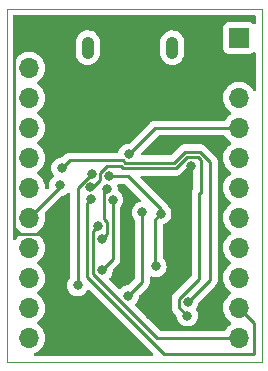
<source format=gbr>
G04 #@! TF.GenerationSoftware,KiCad,Pcbnew,(6.0.7)*
G04 #@! TF.CreationDate,2022-08-21T23:09:39-05:00*
G04 #@! TF.ProjectId,STM32QFN28Breakout,53544d33-3251-4464-9e32-38427265616b,rev?*
G04 #@! TF.SameCoordinates,Original*
G04 #@! TF.FileFunction,Copper,L2,Bot*
G04 #@! TF.FilePolarity,Positive*
%FSLAX46Y46*%
G04 Gerber Fmt 4.6, Leading zero omitted, Abs format (unit mm)*
G04 Created by KiCad (PCBNEW (6.0.7)) date 2022-08-21 23:09:39*
%MOMM*%
%LPD*%
G01*
G04 APERTURE LIST*
G04 #@! TA.AperFunction,Profile*
%ADD10C,0.050000*%
G04 #@! TD*
G04 #@! TA.AperFunction,ComponentPad*
%ADD11O,1.050000X1.900000*%
G04 #@! TD*
G04 #@! TA.AperFunction,ComponentPad*
%ADD12R,1.700000X1.700000*%
G04 #@! TD*
G04 #@! TA.AperFunction,ComponentPad*
%ADD13O,1.700000X1.700000*%
G04 #@! TD*
G04 #@! TA.AperFunction,ViaPad*
%ADD14C,0.800000*%
G04 #@! TD*
G04 #@! TA.AperFunction,Conductor*
%ADD15C,0.250000*%
G04 #@! TD*
G04 APERTURE END LIST*
D10*
X201300000Y-78800000D02*
X201300000Y-108700000D01*
X201300000Y-108700000D02*
X222900000Y-108700000D01*
X222900000Y-108700000D02*
X222900000Y-78800000D01*
X222900000Y-78800000D02*
X201300000Y-78800000D01*
D11*
X208165000Y-82090000D03*
X215315000Y-82090000D03*
D12*
X203200000Y-81280000D03*
D13*
X203200000Y-83820000D03*
X203200000Y-86360000D03*
X203200000Y-88900000D03*
X203200000Y-91440000D03*
X203200000Y-93980000D03*
X203200000Y-96520000D03*
X203200000Y-99060000D03*
X203200000Y-101600000D03*
X203200000Y-104140000D03*
X203200000Y-106680000D03*
X220980000Y-106680000D03*
X220980000Y-104140000D03*
X220980000Y-101600000D03*
X220980000Y-99060000D03*
X220980000Y-96520000D03*
X220980000Y-93980000D03*
X220980000Y-91440000D03*
X220980000Y-88900000D03*
X220980000Y-86360000D03*
X220980000Y-83820000D03*
D12*
X220980000Y-81280000D03*
D14*
X206000000Y-99260000D03*
X211640000Y-99030000D03*
X216918259Y-92078483D03*
X216780000Y-86590000D03*
X216620000Y-103660000D03*
X213440000Y-104750000D03*
X211597338Y-103109801D03*
X212150000Y-107510000D03*
X207710000Y-105080000D03*
X209170000Y-86600000D03*
X213925374Y-100620774D03*
X207300000Y-102230000D03*
X209240000Y-90624500D03*
X214338592Y-96142504D03*
X209930170Y-92996656D03*
X216429419Y-100364030D03*
X209802600Y-94094273D03*
X209361830Y-98301031D03*
X205986380Y-92290900D03*
X208390349Y-93881300D03*
X216580000Y-104780000D03*
X208481170Y-92765880D03*
X210268004Y-94980760D03*
X209350000Y-100950000D03*
X212791040Y-96050100D03*
X209016738Y-97204875D03*
X205793340Y-93767750D03*
X211653445Y-91129000D03*
X208414620Y-94927420D03*
D15*
X211576656Y-92996656D02*
X214338592Y-95758592D01*
X213890000Y-96591096D02*
X214338592Y-96142504D01*
X213925374Y-100620774D02*
X213890000Y-100585400D01*
X213890000Y-100585400D02*
X213890000Y-96591096D01*
X214338592Y-95758592D02*
X214338592Y-96142504D01*
X209930170Y-92996656D02*
X211576656Y-92996656D01*
X205793340Y-93926660D02*
X203200000Y-96520000D01*
X205793340Y-93767750D02*
X205793340Y-93926660D01*
X217720000Y-91590000D02*
X217720000Y-94370000D01*
X217480000Y-91350000D02*
X217720000Y-91590000D01*
X216580000Y-91350000D02*
X217480000Y-91350000D01*
X215626000Y-92304000D02*
X216580000Y-91350000D01*
X211166744Y-92304000D02*
X215626000Y-92304000D01*
X210956012Y-92093268D02*
X211166744Y-92304000D01*
X209349403Y-92552825D02*
X209349403Y-92530869D01*
X209787004Y-92093268D02*
X210956012Y-92093268D01*
X209205670Y-93274798D02*
X209205670Y-92696558D01*
X209349403Y-92530869D02*
X209787004Y-92093268D01*
X208599168Y-93881300D02*
X209205670Y-93274798D01*
X208390349Y-93881300D02*
X208599168Y-93881300D01*
X209205670Y-92696558D02*
X209349403Y-92552825D01*
X218542794Y-101737206D02*
X216620000Y-103660000D01*
X217670000Y-90900000D02*
X218542794Y-91772794D01*
X216393604Y-90900000D02*
X217670000Y-90900000D01*
X211353140Y-91854000D02*
X215439604Y-91854000D01*
X218542794Y-91772794D02*
X218542794Y-101737206D01*
X211142907Y-91643767D02*
X211353140Y-91854000D01*
X215439604Y-91854000D02*
X216393604Y-90900000D01*
X206633513Y-91643767D02*
X211142907Y-91643767D01*
X205986380Y-92290900D02*
X206633513Y-91643767D01*
X213882445Y-88900000D02*
X220980000Y-88900000D01*
X211653445Y-91129000D02*
X213882445Y-88900000D01*
X201940000Y-82540000D02*
X203200000Y-81280000D01*
X201940000Y-97410000D02*
X201940000Y-82540000D01*
X202415000Y-97885000D02*
X201940000Y-97410000D01*
X204625000Y-97885000D02*
X202415000Y-97885000D01*
X206000000Y-99260000D02*
X204625000Y-97885000D01*
X217594180Y-101661222D02*
X217594180Y-94414692D01*
X215895500Y-103359902D02*
X217594180Y-101661222D01*
X215895500Y-104095500D02*
X215895500Y-103359902D01*
X216580000Y-104780000D02*
X215895500Y-104095500D01*
X207300000Y-93947050D02*
X207300000Y-102230000D01*
X208481170Y-92765880D02*
X207300000Y-93947050D01*
X213440000Y-103353449D02*
X213440000Y-104750000D01*
X216429419Y-100364030D02*
X213440000Y-103353449D01*
X212791040Y-101916099D02*
X211597338Y-103109801D01*
X212791040Y-96050100D02*
X212791040Y-101916099D01*
X222260000Y-108040000D02*
X222260000Y-105420000D01*
X208065999Y-101475999D02*
X214630000Y-108040000D01*
X208065999Y-95276041D02*
X208065999Y-101475999D01*
X222260000Y-105420000D02*
X220980000Y-104140000D01*
X208414620Y-94927420D02*
X208065999Y-95276041D01*
X214630000Y-108040000D02*
X222260000Y-108040000D01*
X209522648Y-94374225D02*
X209802600Y-94094273D01*
X209761829Y-96839725D02*
X209522648Y-96600544D01*
X209361830Y-98301031D02*
X209761829Y-97901032D01*
X209522648Y-96600544D02*
X209522648Y-94374225D01*
X209761829Y-97901032D02*
X209761829Y-96839725D01*
X208625500Y-101250098D02*
X214055402Y-106680000D01*
X214055402Y-106680000D02*
X220980000Y-106680000D01*
X208625500Y-97596113D02*
X208625500Y-101250098D01*
X209016738Y-97204875D02*
X208625500Y-97596113D01*
X210268004Y-94980760D02*
X210268004Y-100031996D01*
X210268004Y-100031996D02*
X209350000Y-100950000D01*
G04 #@! TA.AperFunction,Conductor*
G36*
X206578293Y-94363781D02*
G01*
X206637278Y-94403294D01*
X206665536Y-94468425D01*
X206666500Y-94483979D01*
X206666500Y-101527476D01*
X206646498Y-101595597D01*
X206634142Y-101611779D01*
X206560960Y-101693056D01*
X206465473Y-101858444D01*
X206406458Y-102040072D01*
X206405768Y-102046633D01*
X206405768Y-102046635D01*
X206393391Y-102164397D01*
X206386496Y-102230000D01*
X206387186Y-102236565D01*
X206404608Y-102402322D01*
X206406458Y-102419928D01*
X206465473Y-102601556D01*
X206560960Y-102766944D01*
X206565378Y-102771851D01*
X206565379Y-102771852D01*
X206677737Y-102896638D01*
X206688747Y-102908866D01*
X206748599Y-102952351D01*
X206817078Y-103002104D01*
X206843248Y-103021118D01*
X206849276Y-103023802D01*
X206849278Y-103023803D01*
X207011681Y-103096109D01*
X207017712Y-103098794D01*
X207107603Y-103117901D01*
X207198056Y-103137128D01*
X207198061Y-103137128D01*
X207204513Y-103138500D01*
X207395487Y-103138500D01*
X207401939Y-103137128D01*
X207401944Y-103137128D01*
X207492397Y-103117901D01*
X207582288Y-103098794D01*
X207588319Y-103096109D01*
X207750722Y-103023803D01*
X207750724Y-103023802D01*
X207756752Y-103021118D01*
X207782923Y-103002104D01*
X207851401Y-102952351D01*
X207911253Y-102908866D01*
X207922263Y-102896638D01*
X208034621Y-102771852D01*
X208034622Y-102771851D01*
X208039040Y-102766944D01*
X208111400Y-102641613D01*
X208162783Y-102592620D01*
X208232496Y-102579184D01*
X208298407Y-102605570D01*
X208309614Y-102615518D01*
X213670501Y-107976405D01*
X213704527Y-108038717D01*
X213699462Y-108109532D01*
X213656915Y-108166368D01*
X213590395Y-108191179D01*
X213581406Y-108191500D01*
X203744716Y-108191500D01*
X203676595Y-108171498D01*
X203630102Y-108117842D01*
X203619998Y-108047568D01*
X203649492Y-107982988D01*
X203697309Y-107949197D01*
X203697384Y-107949174D01*
X203702028Y-107946899D01*
X203702033Y-107946897D01*
X203893346Y-107853173D01*
X203897994Y-107850896D01*
X204079860Y-107721173D01*
X204238096Y-107563489D01*
X204297594Y-107480689D01*
X204365435Y-107386277D01*
X204368453Y-107382077D01*
X204467430Y-107181811D01*
X204532370Y-106968069D01*
X204561529Y-106746590D01*
X204563156Y-106680000D01*
X204544852Y-106457361D01*
X204490431Y-106240702D01*
X204401354Y-106035840D01*
X204280014Y-105848277D01*
X204129670Y-105683051D01*
X204125619Y-105679852D01*
X204125615Y-105679848D01*
X203958414Y-105547800D01*
X203958410Y-105547798D01*
X203954359Y-105544598D01*
X203913053Y-105521796D01*
X203863084Y-105471364D01*
X203848312Y-105401921D01*
X203873428Y-105335516D01*
X203900780Y-105308909D01*
X203944603Y-105277650D01*
X204079860Y-105181173D01*
X204238096Y-105023489D01*
X204297594Y-104940689D01*
X204365435Y-104846277D01*
X204368453Y-104842077D01*
X204386923Y-104804707D01*
X204465136Y-104646453D01*
X204465137Y-104646451D01*
X204467430Y-104641811D01*
X204514507Y-104486862D01*
X204530865Y-104433023D01*
X204530865Y-104433021D01*
X204532370Y-104428069D01*
X204561529Y-104206590D01*
X204561996Y-104187470D01*
X204563074Y-104143365D01*
X204563074Y-104143361D01*
X204563156Y-104140000D01*
X204544852Y-103917361D01*
X204490431Y-103700702D01*
X204401354Y-103495840D01*
X204305542Y-103347737D01*
X204282822Y-103312617D01*
X204282820Y-103312614D01*
X204280014Y-103308277D01*
X204129670Y-103143051D01*
X204125619Y-103139852D01*
X204125615Y-103139848D01*
X203958414Y-103007800D01*
X203958410Y-103007798D01*
X203954359Y-103004598D01*
X203913053Y-102981796D01*
X203863084Y-102931364D01*
X203848312Y-102861921D01*
X203873428Y-102795516D01*
X203900780Y-102768909D01*
X203944603Y-102737650D01*
X204079860Y-102641173D01*
X204238096Y-102483489D01*
X204297594Y-102400689D01*
X204365435Y-102306277D01*
X204368453Y-102302077D01*
X204386789Y-102264978D01*
X204465136Y-102106453D01*
X204465137Y-102106451D01*
X204467430Y-102101811D01*
X204517760Y-101936156D01*
X204530865Y-101893023D01*
X204530865Y-101893021D01*
X204532370Y-101888069D01*
X204561529Y-101666590D01*
X204562451Y-101628866D01*
X204563074Y-101603365D01*
X204563074Y-101603361D01*
X204563156Y-101600000D01*
X204544852Y-101377361D01*
X204490431Y-101160702D01*
X204401354Y-100955840D01*
X204313942Y-100820721D01*
X204282822Y-100772617D01*
X204282820Y-100772614D01*
X204280014Y-100768277D01*
X204129670Y-100603051D01*
X204125619Y-100599852D01*
X204125615Y-100599848D01*
X203958414Y-100467800D01*
X203958410Y-100467798D01*
X203954359Y-100464598D01*
X203913053Y-100441796D01*
X203863084Y-100391364D01*
X203848312Y-100321921D01*
X203873428Y-100255516D01*
X203900780Y-100228909D01*
X203944603Y-100197650D01*
X204079860Y-100101173D01*
X204238096Y-99943489D01*
X204297594Y-99860689D01*
X204365435Y-99766277D01*
X204368453Y-99762077D01*
X204396285Y-99705764D01*
X204465136Y-99566453D01*
X204465137Y-99566451D01*
X204467430Y-99561811D01*
X204532370Y-99348069D01*
X204561529Y-99126590D01*
X204563156Y-99060000D01*
X204544852Y-98837361D01*
X204490431Y-98620702D01*
X204401354Y-98415840D01*
X204280014Y-98228277D01*
X204129670Y-98063051D01*
X204125619Y-98059852D01*
X204125615Y-98059848D01*
X203958414Y-97927800D01*
X203958410Y-97927798D01*
X203954359Y-97924598D01*
X203913053Y-97901796D01*
X203863084Y-97851364D01*
X203848312Y-97781921D01*
X203873428Y-97715516D01*
X203900780Y-97688909D01*
X203944603Y-97657650D01*
X204079860Y-97561173D01*
X204238096Y-97403489D01*
X204297594Y-97320689D01*
X204365435Y-97226277D01*
X204368453Y-97222077D01*
X204396285Y-97165764D01*
X204465136Y-97026453D01*
X204465137Y-97026451D01*
X204467430Y-97021811D01*
X204532370Y-96808069D01*
X204561529Y-96586590D01*
X204563156Y-96520000D01*
X204544852Y-96297361D01*
X204516821Y-96185765D01*
X204519625Y-96114823D01*
X204549930Y-96065974D01*
X205926982Y-94688922D01*
X205989881Y-94654770D01*
X206051969Y-94641573D01*
X206069170Y-94637917D01*
X206069173Y-94637916D01*
X206075628Y-94636544D01*
X206087027Y-94631469D01*
X206244062Y-94561553D01*
X206244064Y-94561552D01*
X206250092Y-94558868D01*
X206404593Y-94446616D01*
X206446866Y-94399667D01*
X206507309Y-94362429D01*
X206578293Y-94363781D01*
G37*
G04 #@! TD.AperFunction*
G04 #@! TA.AperFunction,Conductor*
G36*
X219772395Y-89553502D02*
G01*
X219811707Y-89593665D01*
X219879987Y-89705088D01*
X220026250Y-89873938D01*
X220198126Y-90016632D01*
X220268595Y-90057811D01*
X220271445Y-90059476D01*
X220320169Y-90111114D01*
X220333240Y-90180897D01*
X220306509Y-90246669D01*
X220266055Y-90280027D01*
X220253607Y-90286507D01*
X220249474Y-90289610D01*
X220249471Y-90289612D01*
X220084228Y-90413680D01*
X220074965Y-90420635D01*
X219920629Y-90582138D01*
X219794743Y-90766680D01*
X219779003Y-90800590D01*
X219714722Y-90939072D01*
X219700688Y-90969305D01*
X219640989Y-91184570D01*
X219617251Y-91406695D01*
X219617548Y-91411848D01*
X219617548Y-91411851D01*
X219622842Y-91503663D01*
X219630110Y-91629715D01*
X219631247Y-91634761D01*
X219631248Y-91634767D01*
X219635459Y-91653452D01*
X219679222Y-91847639D01*
X219763266Y-92054616D01*
X219787826Y-92094694D01*
X219862277Y-92216187D01*
X219879987Y-92245088D01*
X220026250Y-92413938D01*
X220198126Y-92556632D01*
X220242420Y-92582515D01*
X220271445Y-92599476D01*
X220320169Y-92651114D01*
X220333240Y-92720897D01*
X220306509Y-92786669D01*
X220266055Y-92820027D01*
X220262029Y-92822123D01*
X220253607Y-92826507D01*
X220249474Y-92829610D01*
X220249471Y-92829612D01*
X220102845Y-92939702D01*
X220074965Y-92960635D01*
X219920629Y-93122138D01*
X219917715Y-93126410D01*
X219917714Y-93126411D01*
X219905404Y-93144457D01*
X219794743Y-93306680D01*
X219779003Y-93340590D01*
X219731279Y-93443403D01*
X219700688Y-93509305D01*
X219640989Y-93724570D01*
X219617251Y-93946695D01*
X219617548Y-93951848D01*
X219617548Y-93951851D01*
X219625760Y-94094273D01*
X219630110Y-94169715D01*
X219631247Y-94174761D01*
X219631248Y-94174767D01*
X219641396Y-94219795D01*
X219679222Y-94387639D01*
X219763266Y-94594616D01*
X219789801Y-94637917D01*
X219862277Y-94756187D01*
X219879987Y-94785088D01*
X220026250Y-94953938D01*
X220198126Y-95096632D01*
X220268595Y-95137811D01*
X220271445Y-95139476D01*
X220320169Y-95191114D01*
X220333240Y-95260897D01*
X220306509Y-95326669D01*
X220266055Y-95360027D01*
X220253607Y-95366507D01*
X220249474Y-95369610D01*
X220249471Y-95369612D01*
X220079100Y-95497530D01*
X220074965Y-95500635D01*
X219920629Y-95662138D01*
X219917715Y-95666410D01*
X219917714Y-95666411D01*
X219867023Y-95740721D01*
X219794743Y-95846680D01*
X219700688Y-96049305D01*
X219640989Y-96264570D01*
X219617251Y-96486695D01*
X219617548Y-96491848D01*
X219617548Y-96491851D01*
X219623011Y-96586590D01*
X219630110Y-96709715D01*
X219631247Y-96714761D01*
X219631248Y-96714767D01*
X219639780Y-96752624D01*
X219679222Y-96927639D01*
X219763266Y-97134616D01*
X219792041Y-97181573D01*
X219862277Y-97296187D01*
X219879987Y-97325088D01*
X220026250Y-97493938D01*
X220198126Y-97636632D01*
X220268595Y-97677811D01*
X220271445Y-97679476D01*
X220320169Y-97731114D01*
X220333240Y-97800897D01*
X220306509Y-97866669D01*
X220266055Y-97900027D01*
X220253607Y-97906507D01*
X220249474Y-97909610D01*
X220249471Y-97909612D01*
X220225247Y-97927800D01*
X220074965Y-98040635D01*
X219920629Y-98202138D01*
X219794743Y-98386680D01*
X219700688Y-98589305D01*
X219640989Y-98804570D01*
X219617251Y-99026695D01*
X219617548Y-99031848D01*
X219617548Y-99031851D01*
X219629812Y-99244547D01*
X219630110Y-99249715D01*
X219631247Y-99254761D01*
X219631248Y-99254767D01*
X219645741Y-99319075D01*
X219679222Y-99467639D01*
X219763266Y-99674616D01*
X219789485Y-99717401D01*
X219862277Y-99836187D01*
X219879987Y-99865088D01*
X220026250Y-100033938D01*
X220198126Y-100176632D01*
X220255470Y-100210141D01*
X220271445Y-100219476D01*
X220320169Y-100271114D01*
X220333240Y-100340897D01*
X220306509Y-100406669D01*
X220266055Y-100440027D01*
X220253607Y-100446507D01*
X220249474Y-100449610D01*
X220249471Y-100449612D01*
X220143197Y-100529405D01*
X220074965Y-100580635D01*
X219920629Y-100742138D01*
X219794743Y-100926680D01*
X219700688Y-101129305D01*
X219640989Y-101344570D01*
X219617251Y-101566695D01*
X219617548Y-101571848D01*
X219617548Y-101571851D01*
X219625360Y-101707338D01*
X219630110Y-101789715D01*
X219631247Y-101794761D01*
X219631248Y-101794767D01*
X219652275Y-101888069D01*
X219679222Y-102007639D01*
X219763266Y-102214616D01*
X219789325Y-102257140D01*
X219862277Y-102376187D01*
X219879987Y-102405088D01*
X220026250Y-102573938D01*
X220198126Y-102716632D01*
X220268595Y-102757811D01*
X220271445Y-102759476D01*
X220320169Y-102811114D01*
X220333240Y-102880897D01*
X220306509Y-102946669D01*
X220266055Y-102980027D01*
X220253607Y-102986507D01*
X220249474Y-102989610D01*
X220249471Y-102989612D01*
X220079100Y-103117530D01*
X220074965Y-103120635D01*
X220023508Y-103174482D01*
X219930135Y-103272191D01*
X219920629Y-103282138D01*
X219917715Y-103286410D01*
X219917714Y-103286411D01*
X219881264Y-103339845D01*
X219794743Y-103466680D01*
X219700688Y-103669305D01*
X219640989Y-103884570D01*
X219617251Y-104106695D01*
X219617548Y-104111848D01*
X219617548Y-104111851D01*
X219626187Y-104261670D01*
X219630110Y-104329715D01*
X219631247Y-104334761D01*
X219631248Y-104334767D01*
X219648098Y-104409534D01*
X219679222Y-104547639D01*
X219763266Y-104754616D01*
X219792041Y-104801573D01*
X219862277Y-104916187D01*
X219879987Y-104945088D01*
X220026250Y-105113938D01*
X220198126Y-105256632D01*
X220268595Y-105297811D01*
X220271445Y-105299476D01*
X220320169Y-105351114D01*
X220333240Y-105420897D01*
X220306509Y-105486669D01*
X220266055Y-105520027D01*
X220253607Y-105526507D01*
X220249474Y-105529610D01*
X220249471Y-105529612D01*
X220088908Y-105650166D01*
X220074965Y-105660635D01*
X219920629Y-105822138D01*
X219917715Y-105826410D01*
X219917714Y-105826411D01*
X219805095Y-105991504D01*
X219750184Y-106036507D01*
X219701007Y-106046500D01*
X214369996Y-106046500D01*
X214301875Y-106026498D01*
X214280901Y-106009595D01*
X212222724Y-103951418D01*
X212188698Y-103889106D01*
X212193763Y-103818291D01*
X212218179Y-103778018D01*
X212336378Y-103646745D01*
X212431865Y-103481357D01*
X212490880Y-103299729D01*
X212508245Y-103134507D01*
X212535258Y-103068851D01*
X212544460Y-103058583D01*
X213183287Y-102419756D01*
X213191577Y-102412212D01*
X213198058Y-102408099D01*
X213244699Y-102358431D01*
X213247453Y-102355590D01*
X213267175Y-102335868D01*
X213269652Y-102332675D01*
X213277357Y-102323654D01*
X213291995Y-102308066D01*
X213307626Y-102291420D01*
X213313375Y-102280963D01*
X213317386Y-102273667D01*
X213328242Y-102257140D01*
X213335797Y-102247401D01*
X213335798Y-102247399D01*
X213340654Y-102241139D01*
X213358214Y-102200559D01*
X213363431Y-102189911D01*
X213380915Y-102158108D01*
X213380916Y-102158106D01*
X213384735Y-102151159D01*
X213389773Y-102131536D01*
X213396177Y-102112833D01*
X213401073Y-102101519D01*
X213401073Y-102101518D01*
X213404221Y-102094244D01*
X213405460Y-102086421D01*
X213405463Y-102086411D01*
X213411139Y-102050575D01*
X213413545Y-102038955D01*
X213422568Y-102003810D01*
X213422568Y-102003809D01*
X213424540Y-101996129D01*
X213424540Y-101975875D01*
X213426091Y-101956164D01*
X213428020Y-101943985D01*
X213429260Y-101936156D01*
X213425099Y-101892137D01*
X213424540Y-101880280D01*
X213424540Y-101586288D01*
X213444542Y-101518167D01*
X213498198Y-101471674D01*
X213568472Y-101461570D01*
X213601790Y-101471182D01*
X213637051Y-101486882D01*
X213637059Y-101486885D01*
X213643086Y-101489568D01*
X213736486Y-101509421D01*
X213823430Y-101527902D01*
X213823435Y-101527902D01*
X213829887Y-101529274D01*
X214020861Y-101529274D01*
X214027313Y-101527902D01*
X214027318Y-101527902D01*
X214114262Y-101509421D01*
X214207662Y-101489568D01*
X214328603Y-101435722D01*
X214376096Y-101414577D01*
X214376098Y-101414576D01*
X214382126Y-101411892D01*
X214536627Y-101299640D01*
X214664414Y-101157718D01*
X214759901Y-100992330D01*
X214818916Y-100810702D01*
X214823777Y-100764457D01*
X214838188Y-100627339D01*
X214838878Y-100620774D01*
X214823336Y-100472901D01*
X214819606Y-100437409D01*
X214819606Y-100437407D01*
X214818916Y-100430846D01*
X214759901Y-100249218D01*
X214742730Y-100219476D01*
X214705419Y-100154852D01*
X214664414Y-100083830D01*
X214555864Y-99963273D01*
X214525147Y-99899266D01*
X214523500Y-99878963D01*
X214523500Y-97133758D01*
X214543502Y-97065637D01*
X214597158Y-97019144D01*
X214610562Y-97013925D01*
X214614422Y-97012671D01*
X214620880Y-97011298D01*
X214626913Y-97008612D01*
X214789314Y-96936307D01*
X214789316Y-96936306D01*
X214795344Y-96933622D01*
X214949845Y-96821370D01*
X215077632Y-96679448D01*
X215173119Y-96514060D01*
X215232134Y-96332432D01*
X215235207Y-96303199D01*
X215251406Y-96149069D01*
X215252096Y-96142504D01*
X215245600Y-96080702D01*
X215232824Y-95959139D01*
X215232824Y-95959137D01*
X215232134Y-95952576D01*
X215173119Y-95770948D01*
X215155668Y-95740721D01*
X215080933Y-95611278D01*
X215077632Y-95605560D01*
X214980362Y-95497530D01*
X214954267Y-95468549D01*
X214954266Y-95468548D01*
X214949845Y-95463638D01*
X214944504Y-95459757D01*
X214944499Y-95459753D01*
X214883819Y-95415666D01*
X214849429Y-95377873D01*
X214847172Y-95374056D01*
X214847170Y-95374053D01*
X214843134Y-95367229D01*
X214828810Y-95352905D01*
X214815968Y-95337870D01*
X214804064Y-95321485D01*
X214769998Y-95293303D01*
X214761219Y-95285314D01*
X212628500Y-93152595D01*
X212594474Y-93090283D01*
X212599539Y-93019468D01*
X212642086Y-92962632D01*
X212708606Y-92937821D01*
X212717595Y-92937500D01*
X215547233Y-92937500D01*
X215558416Y-92938027D01*
X215565909Y-92939702D01*
X215573835Y-92939453D01*
X215573836Y-92939453D01*
X215633986Y-92937562D01*
X215637945Y-92937500D01*
X215665856Y-92937500D01*
X215669791Y-92937003D01*
X215669856Y-92936995D01*
X215681693Y-92936062D01*
X215713951Y-92935048D01*
X215717970Y-92934922D01*
X215725889Y-92934673D01*
X215745343Y-92929021D01*
X215764700Y-92925013D01*
X215776930Y-92923468D01*
X215776931Y-92923468D01*
X215784797Y-92922474D01*
X215792168Y-92919555D01*
X215792170Y-92919555D01*
X215825912Y-92906196D01*
X215837142Y-92902351D01*
X215871983Y-92892229D01*
X215871984Y-92892229D01*
X215879593Y-92890018D01*
X215886412Y-92885985D01*
X215886417Y-92885983D01*
X215897028Y-92879707D01*
X215914776Y-92871012D01*
X215933617Y-92863552D01*
X215969387Y-92837564D01*
X215979307Y-92831048D01*
X216010535Y-92812580D01*
X216010538Y-92812578D01*
X216017362Y-92808542D01*
X216031683Y-92794221D01*
X216046717Y-92781380D01*
X216056694Y-92774131D01*
X216063107Y-92769472D01*
X216068157Y-92763368D01*
X216068162Y-92763363D01*
X216091293Y-92735402D01*
X216099283Y-92726621D01*
X216805501Y-92020404D01*
X216867813Y-91986379D01*
X216894596Y-91983500D01*
X216960500Y-91983500D01*
X217028621Y-92003502D01*
X217075114Y-92057158D01*
X217086500Y-92109500D01*
X217086500Y-93990819D01*
X217070915Y-94051520D01*
X217000485Y-94179632D01*
X216960680Y-94334662D01*
X216960680Y-101346627D01*
X216940678Y-101414748D01*
X216923775Y-101435722D01*
X215503247Y-102856250D01*
X215494961Y-102863790D01*
X215488482Y-102867902D01*
X215483057Y-102873679D01*
X215441857Y-102917553D01*
X215439102Y-102920395D01*
X215419365Y-102940132D01*
X215416885Y-102943329D01*
X215409182Y-102952349D01*
X215378914Y-102984581D01*
X215375095Y-102991527D01*
X215375093Y-102991530D01*
X215369152Y-103002336D01*
X215358301Y-103018855D01*
X215345886Y-103034861D01*
X215342741Y-103042130D01*
X215342738Y-103042134D01*
X215328326Y-103075439D01*
X215323109Y-103086089D01*
X215301805Y-103124842D01*
X215299834Y-103132517D01*
X215299834Y-103132518D01*
X215296767Y-103144464D01*
X215290363Y-103163168D01*
X215282319Y-103181757D01*
X215281080Y-103189580D01*
X215281077Y-103189590D01*
X215275401Y-103225426D01*
X215272995Y-103237046D01*
X215262000Y-103279872D01*
X215262000Y-103300126D01*
X215260449Y-103319836D01*
X215257280Y-103339845D01*
X215258026Y-103347737D01*
X215261441Y-103383863D01*
X215262000Y-103395721D01*
X215262000Y-104016733D01*
X215261473Y-104027916D01*
X215259798Y-104035409D01*
X215260047Y-104043335D01*
X215260047Y-104043336D01*
X215261938Y-104103486D01*
X215262000Y-104107445D01*
X215262000Y-104135356D01*
X215262497Y-104139290D01*
X215262497Y-104139291D01*
X215262505Y-104139356D01*
X215263438Y-104151193D01*
X215264827Y-104195389D01*
X215270478Y-104214839D01*
X215274487Y-104234200D01*
X215277026Y-104254297D01*
X215279945Y-104261668D01*
X215279945Y-104261670D01*
X215293304Y-104295412D01*
X215297149Y-104306642D01*
X215302351Y-104324547D01*
X215309482Y-104349093D01*
X215313515Y-104355912D01*
X215313517Y-104355917D01*
X215319793Y-104366528D01*
X215328488Y-104384276D01*
X215335948Y-104403117D01*
X215340610Y-104409533D01*
X215340610Y-104409534D01*
X215361936Y-104438887D01*
X215368452Y-104448807D01*
X215390958Y-104486862D01*
X215405279Y-104501183D01*
X215418119Y-104516216D01*
X215430028Y-104532607D01*
X215436134Y-104537658D01*
X215464105Y-104560798D01*
X215472884Y-104568788D01*
X215632878Y-104728782D01*
X215666904Y-104791094D01*
X215669092Y-104804703D01*
X215686458Y-104969928D01*
X215745473Y-105151556D01*
X215748776Y-105157278D01*
X215748777Y-105157279D01*
X215762572Y-105181173D01*
X215840960Y-105316944D01*
X215845378Y-105321851D01*
X215845379Y-105321852D01*
X215948733Y-105436638D01*
X215968747Y-105458866D01*
X216123248Y-105571118D01*
X216129276Y-105573802D01*
X216129278Y-105573803D01*
X216291681Y-105646109D01*
X216297712Y-105648794D01*
X216391113Y-105668647D01*
X216478056Y-105687128D01*
X216478061Y-105687128D01*
X216484513Y-105688500D01*
X216675487Y-105688500D01*
X216681939Y-105687128D01*
X216681944Y-105687128D01*
X216768887Y-105668647D01*
X216862288Y-105648794D01*
X216868319Y-105646109D01*
X217030722Y-105573803D01*
X217030724Y-105573802D01*
X217036752Y-105571118D01*
X217191253Y-105458866D01*
X217211267Y-105436638D01*
X217314621Y-105321852D01*
X217314622Y-105321851D01*
X217319040Y-105316944D01*
X217397428Y-105181173D01*
X217411223Y-105157279D01*
X217411224Y-105157278D01*
X217414527Y-105151556D01*
X217473542Y-104969928D01*
X217493504Y-104780000D01*
X217473542Y-104590072D01*
X217414527Y-104408444D01*
X217400580Y-104384287D01*
X217362102Y-104317641D01*
X217345364Y-104248646D01*
X217362102Y-104191641D01*
X217451223Y-104037279D01*
X217451224Y-104037278D01*
X217454527Y-104031556D01*
X217513542Y-103849928D01*
X217530907Y-103684706D01*
X217557920Y-103619050D01*
X217567122Y-103608782D01*
X218935041Y-102240863D01*
X218943331Y-102233319D01*
X218949812Y-102229206D01*
X218996453Y-102179538D01*
X218999207Y-102176697D01*
X219018928Y-102156976D01*
X219021406Y-102153781D01*
X219029112Y-102144759D01*
X219053952Y-102118307D01*
X219059380Y-102112527D01*
X219069140Y-102094774D01*
X219079993Y-102078251D01*
X219087547Y-102068512D01*
X219092407Y-102062247D01*
X219109970Y-102021663D01*
X219115177Y-102011033D01*
X219136489Y-101972266D01*
X219138460Y-101964589D01*
X219138462Y-101964584D01*
X219141526Y-101952648D01*
X219147932Y-101933936D01*
X219152828Y-101922623D01*
X219155975Y-101915351D01*
X219159512Y-101893023D01*
X219162891Y-101871687D01*
X219165298Y-101860066D01*
X219174322Y-101824917D01*
X219174322Y-101824916D01*
X219176294Y-101817236D01*
X219176294Y-101796975D01*
X219177845Y-101777264D01*
X219179773Y-101765091D01*
X219181013Y-101757263D01*
X219176853Y-101713252D01*
X219176294Y-101701395D01*
X219176294Y-91851561D01*
X219176821Y-91840378D01*
X219178496Y-91832885D01*
X219176356Y-91764808D01*
X219176294Y-91760849D01*
X219176294Y-91732938D01*
X219175789Y-91728938D01*
X219174856Y-91717095D01*
X219173716Y-91680823D01*
X219173467Y-91672904D01*
X219167816Y-91653452D01*
X219163808Y-91634100D01*
X219162261Y-91621857D01*
X219161268Y-91613997D01*
X219158350Y-91606626D01*
X219144994Y-91572891D01*
X219141149Y-91561664D01*
X219140515Y-91559481D01*
X219128812Y-91519201D01*
X219119373Y-91503240D01*
X219118501Y-91501766D01*
X219109806Y-91484018D01*
X219102346Y-91465177D01*
X219076358Y-91429407D01*
X219069842Y-91419487D01*
X219051374Y-91388259D01*
X219051372Y-91388256D01*
X219047336Y-91381432D01*
X219033015Y-91367111D01*
X219020174Y-91352077D01*
X219012925Y-91342100D01*
X219008266Y-91335687D01*
X219002161Y-91330636D01*
X219002156Y-91330631D01*
X218974190Y-91307495D01*
X218965412Y-91299507D01*
X218173652Y-90507747D01*
X218166112Y-90499461D01*
X218162000Y-90492982D01*
X218136034Y-90468598D01*
X218112349Y-90446357D01*
X218109507Y-90443602D01*
X218089770Y-90423865D01*
X218086573Y-90421385D01*
X218077551Y-90413680D01*
X218064122Y-90401069D01*
X218045321Y-90383414D01*
X218038375Y-90379595D01*
X218038372Y-90379593D01*
X218027566Y-90373652D01*
X218011047Y-90362801D01*
X218010583Y-90362441D01*
X217995041Y-90350386D01*
X217987772Y-90347241D01*
X217987768Y-90347238D01*
X217954463Y-90332826D01*
X217943813Y-90327609D01*
X217905060Y-90306305D01*
X217885437Y-90301267D01*
X217866734Y-90294863D01*
X217855420Y-90289967D01*
X217855419Y-90289967D01*
X217848145Y-90286819D01*
X217840322Y-90285580D01*
X217840312Y-90285577D01*
X217804476Y-90279901D01*
X217792856Y-90277495D01*
X217757711Y-90268472D01*
X217757710Y-90268472D01*
X217750030Y-90266500D01*
X217729776Y-90266500D01*
X217710065Y-90264949D01*
X217697886Y-90263020D01*
X217690057Y-90261780D01*
X217660786Y-90264547D01*
X217646039Y-90265941D01*
X217634181Y-90266500D01*
X216472372Y-90266500D01*
X216461189Y-90265973D01*
X216453696Y-90264298D01*
X216445770Y-90264547D01*
X216445769Y-90264547D01*
X216385606Y-90266438D01*
X216381648Y-90266500D01*
X216353748Y-90266500D01*
X216349758Y-90267004D01*
X216337924Y-90267936D01*
X216293715Y-90269326D01*
X216286101Y-90271538D01*
X216286096Y-90271539D01*
X216274263Y-90274977D01*
X216254900Y-90278988D01*
X216234807Y-90281526D01*
X216227440Y-90284443D01*
X216227435Y-90284444D01*
X216193696Y-90297802D01*
X216182469Y-90301646D01*
X216140011Y-90313982D01*
X216133185Y-90318019D01*
X216122576Y-90324293D01*
X216104828Y-90332988D01*
X216085987Y-90340448D01*
X216079571Y-90345110D01*
X216079570Y-90345110D01*
X216050217Y-90366436D01*
X216040297Y-90372952D01*
X216009069Y-90391420D01*
X216009066Y-90391422D01*
X216002242Y-90395458D01*
X215987921Y-90409779D01*
X215972888Y-90422619D01*
X215956497Y-90434528D01*
X215951447Y-90440632D01*
X215951442Y-90440637D01*
X215928311Y-90468598D01*
X215920321Y-90477379D01*
X215214103Y-91183596D01*
X215151791Y-91217621D01*
X215125008Y-91220500D01*
X212762039Y-91220500D01*
X212693918Y-91200498D01*
X212647425Y-91146842D01*
X212637321Y-91076568D01*
X212666815Y-91011988D01*
X212672944Y-91005405D01*
X213360331Y-90318019D01*
X214107945Y-89570405D01*
X214170257Y-89536379D01*
X214197040Y-89533500D01*
X219704274Y-89533500D01*
X219772395Y-89553502D01*
G37*
G04 #@! TD.AperFunction*
G04 #@! TA.AperFunction,Conductor*
G36*
X211330183Y-93650158D02*
G01*
X211351157Y-93667061D01*
X212638789Y-94954693D01*
X212672815Y-95017005D01*
X212667750Y-95087820D01*
X212625203Y-95144656D01*
X212575891Y-95167035D01*
X212508752Y-95181306D01*
X212502722Y-95183991D01*
X212502721Y-95183991D01*
X212340318Y-95256297D01*
X212340316Y-95256298D01*
X212334288Y-95258982D01*
X212179787Y-95371234D01*
X212175366Y-95376144D01*
X212175365Y-95376145D01*
X212170000Y-95382104D01*
X212052000Y-95513156D01*
X212046287Y-95523051D01*
X211968143Y-95658401D01*
X211956513Y-95678544D01*
X211897498Y-95860172D01*
X211877536Y-96050100D01*
X211897498Y-96240028D01*
X211956513Y-96421656D01*
X212052000Y-96587044D01*
X212125177Y-96668315D01*
X212155893Y-96732321D01*
X212157540Y-96752624D01*
X212157540Y-101601504D01*
X212137538Y-101669625D01*
X212120635Y-101690600D01*
X211646837Y-102164397D01*
X211584525Y-102198422D01*
X211557742Y-102201301D01*
X211501851Y-102201301D01*
X211495399Y-102202673D01*
X211495394Y-102202673D01*
X211418490Y-102219020D01*
X211315050Y-102241007D01*
X211309020Y-102243692D01*
X211309019Y-102243692D01*
X211146616Y-102315998D01*
X211146614Y-102315999D01*
X211140586Y-102318683D01*
X210986085Y-102430935D01*
X210940443Y-102481625D01*
X210880001Y-102518863D01*
X210809017Y-102517512D01*
X210757714Y-102486408D01*
X210016861Y-101745554D01*
X209982836Y-101683242D01*
X209987901Y-101612426D01*
X210012319Y-101572152D01*
X210089040Y-101486944D01*
X210184527Y-101321556D01*
X210243542Y-101139928D01*
X210260907Y-100974706D01*
X210287920Y-100909050D01*
X210297122Y-100898782D01*
X210660251Y-100535653D01*
X210668541Y-100528109D01*
X210675022Y-100523996D01*
X210721663Y-100474328D01*
X210724417Y-100471487D01*
X210744139Y-100451765D01*
X210746623Y-100448563D01*
X210754321Y-100439551D01*
X210779165Y-100413094D01*
X210784590Y-100407317D01*
X210794351Y-100389562D01*
X210805202Y-100373043D01*
X210817618Y-100357037D01*
X210823538Y-100343357D01*
X210835178Y-100316459D01*
X210840395Y-100305809D01*
X210861699Y-100267056D01*
X210866737Y-100247433D01*
X210873141Y-100228730D01*
X210878037Y-100217416D01*
X210878037Y-100217415D01*
X210881185Y-100210141D01*
X210882424Y-100202318D01*
X210882427Y-100202308D01*
X210888103Y-100166472D01*
X210890509Y-100154852D01*
X210899532Y-100119707D01*
X210899532Y-100119706D01*
X210901504Y-100112026D01*
X210901504Y-100091772D01*
X210903055Y-100072061D01*
X210904984Y-100059882D01*
X210906224Y-100052053D01*
X210902063Y-100008034D01*
X210901504Y-99996177D01*
X210901504Y-95683284D01*
X210921506Y-95615163D01*
X210933862Y-95598981D01*
X211007044Y-95517704D01*
X211088773Y-95376145D01*
X211099227Y-95358039D01*
X211099228Y-95358038D01*
X211102531Y-95352316D01*
X211161546Y-95170688D01*
X211164827Y-95139476D01*
X211180818Y-94987325D01*
X211181508Y-94980760D01*
X211169566Y-94867137D01*
X211162236Y-94797395D01*
X211162236Y-94797393D01*
X211161546Y-94790832D01*
X211102531Y-94609204D01*
X211007044Y-94443816D01*
X210960772Y-94392425D01*
X210883679Y-94306805D01*
X210883678Y-94306804D01*
X210879257Y-94301894D01*
X210766258Y-94219795D01*
X210722904Y-94163572D01*
X210715010Y-94104684D01*
X210715414Y-94100841D01*
X210715414Y-94100838D01*
X210716104Y-94094273D01*
X210709337Y-94029887D01*
X210696832Y-93910908D01*
X210696832Y-93910906D01*
X210696142Y-93904345D01*
X210660643Y-93795091D01*
X210658615Y-93724125D01*
X210695278Y-93663327D01*
X210758990Y-93632002D01*
X210780476Y-93630156D01*
X211262062Y-93630156D01*
X211330183Y-93650158D01*
G37*
G04 #@! TD.AperFunction*
G04 #@! TA.AperFunction,Conductor*
G36*
X202017012Y-97200963D02*
G01*
X202041933Y-97230352D01*
X202082277Y-97296187D01*
X202099987Y-97325088D01*
X202246250Y-97493938D01*
X202418126Y-97636632D01*
X202488595Y-97677811D01*
X202491445Y-97679476D01*
X202540169Y-97731114D01*
X202553240Y-97800897D01*
X202526509Y-97866669D01*
X202486055Y-97900027D01*
X202473607Y-97906507D01*
X202469474Y-97909610D01*
X202469471Y-97909612D01*
X202445247Y-97927800D01*
X202294965Y-98040635D01*
X202140629Y-98202138D01*
X202065081Y-98312888D01*
X202038588Y-98351725D01*
X201983677Y-98396728D01*
X201913152Y-98404899D01*
X201849405Y-98373645D01*
X201812675Y-98312888D01*
X201808500Y-98280721D01*
X201808500Y-97296187D01*
X201828502Y-97228066D01*
X201882158Y-97181573D01*
X201952432Y-97171469D01*
X202017012Y-97200963D01*
G37*
G04 #@! TD.AperFunction*
G04 #@! TA.AperFunction,Conductor*
G36*
X222333621Y-79328502D02*
G01*
X222380114Y-79382158D01*
X222391500Y-79434500D01*
X222391500Y-79963420D01*
X222371498Y-80031541D01*
X222317842Y-80078034D01*
X222247568Y-80088138D01*
X222189935Y-80064246D01*
X222083892Y-79984771D01*
X222083890Y-79984770D01*
X222076705Y-79979385D01*
X221940316Y-79928255D01*
X221878134Y-79921500D01*
X220081866Y-79921500D01*
X220019684Y-79928255D01*
X219883295Y-79979385D01*
X219766739Y-80066739D01*
X219679385Y-80183295D01*
X219628255Y-80319684D01*
X219621500Y-80381866D01*
X219621500Y-82178134D01*
X219628255Y-82240316D01*
X219679385Y-82376705D01*
X219766739Y-82493261D01*
X219883295Y-82580615D01*
X220019684Y-82631745D01*
X220081866Y-82638500D01*
X221878134Y-82638500D01*
X221940316Y-82631745D01*
X222076705Y-82580615D01*
X222084315Y-82574912D01*
X222189935Y-82495754D01*
X222256442Y-82470906D01*
X222325824Y-82485959D01*
X222376054Y-82536133D01*
X222391500Y-82596580D01*
X222391500Y-85613940D01*
X222371498Y-85682061D01*
X222317842Y-85728554D01*
X222247568Y-85738658D01*
X222182988Y-85709164D01*
X222159708Y-85682380D01*
X222062822Y-85532617D01*
X222062820Y-85532614D01*
X222060014Y-85528277D01*
X221909670Y-85363051D01*
X221905619Y-85359852D01*
X221905615Y-85359848D01*
X221738414Y-85227800D01*
X221738410Y-85227798D01*
X221734359Y-85224598D01*
X221538789Y-85116638D01*
X221533920Y-85114914D01*
X221533916Y-85114912D01*
X221333087Y-85043795D01*
X221333083Y-85043794D01*
X221328212Y-85042069D01*
X221323119Y-85041162D01*
X221323116Y-85041161D01*
X221113373Y-85003800D01*
X221113367Y-85003799D01*
X221108284Y-85002894D01*
X221034452Y-85001992D01*
X220890081Y-85000228D01*
X220890079Y-85000228D01*
X220884911Y-85000165D01*
X220664091Y-85033955D01*
X220451756Y-85103357D01*
X220253607Y-85206507D01*
X220249474Y-85209610D01*
X220249471Y-85209612D01*
X220225247Y-85227800D01*
X220074965Y-85340635D01*
X219920629Y-85502138D01*
X219794743Y-85686680D01*
X219700688Y-85889305D01*
X219640989Y-86104570D01*
X219617251Y-86326695D01*
X219617548Y-86331848D01*
X219617548Y-86331851D01*
X219623011Y-86426590D01*
X219630110Y-86549715D01*
X219631247Y-86554761D01*
X219631248Y-86554767D01*
X219651119Y-86642939D01*
X219679222Y-86767639D01*
X219763266Y-86974616D01*
X219792041Y-87021573D01*
X219862277Y-87136187D01*
X219879987Y-87165088D01*
X220026250Y-87333938D01*
X220198126Y-87476632D01*
X220268595Y-87517811D01*
X220271445Y-87519476D01*
X220320169Y-87571114D01*
X220333240Y-87640897D01*
X220306509Y-87706669D01*
X220266055Y-87740027D01*
X220253607Y-87746507D01*
X220249474Y-87749610D01*
X220249471Y-87749612D01*
X220225247Y-87767800D01*
X220074965Y-87880635D01*
X219920629Y-88042138D01*
X219917715Y-88046410D01*
X219917714Y-88046411D01*
X219805095Y-88211504D01*
X219750184Y-88256507D01*
X219701007Y-88266500D01*
X213961212Y-88266500D01*
X213950029Y-88265973D01*
X213942536Y-88264298D01*
X213934610Y-88264547D01*
X213934609Y-88264547D01*
X213874459Y-88266438D01*
X213870500Y-88266500D01*
X213842589Y-88266500D01*
X213838655Y-88266997D01*
X213838654Y-88266997D01*
X213838589Y-88267005D01*
X213826752Y-88267938D01*
X213794494Y-88268952D01*
X213790475Y-88269078D01*
X213782556Y-88269327D01*
X213763102Y-88274979D01*
X213743745Y-88278987D01*
X213731515Y-88280532D01*
X213731514Y-88280532D01*
X213723648Y-88281526D01*
X213716277Y-88284445D01*
X213716275Y-88284445D01*
X213682533Y-88297804D01*
X213671303Y-88301649D01*
X213636462Y-88311771D01*
X213636461Y-88311771D01*
X213628852Y-88313982D01*
X213622033Y-88318015D01*
X213622028Y-88318017D01*
X213611417Y-88324293D01*
X213593669Y-88332988D01*
X213574828Y-88340448D01*
X213568412Y-88345110D01*
X213568411Y-88345110D01*
X213539058Y-88366436D01*
X213529138Y-88372952D01*
X213497910Y-88391420D01*
X213497907Y-88391422D01*
X213491083Y-88395458D01*
X213476762Y-88409779D01*
X213461729Y-88422619D01*
X213445338Y-88434528D01*
X213440287Y-88440634D01*
X213417147Y-88468605D01*
X213409157Y-88477384D01*
X211702945Y-90183595D01*
X211640633Y-90217621D01*
X211613850Y-90220500D01*
X211557958Y-90220500D01*
X211551506Y-90221872D01*
X211551501Y-90221872D01*
X211464558Y-90240353D01*
X211371157Y-90260206D01*
X211365127Y-90262891D01*
X211365126Y-90262891D01*
X211202723Y-90335197D01*
X211202721Y-90335198D01*
X211196693Y-90337882D01*
X211191352Y-90341762D01*
X211191351Y-90341763D01*
X211179483Y-90350386D01*
X211042192Y-90450134D01*
X211037771Y-90455044D01*
X211037770Y-90455045D01*
X211003612Y-90492982D01*
X210914405Y-90592056D01*
X210818918Y-90757444D01*
X210807855Y-90791492D01*
X210765059Y-90923204D01*
X210724985Y-90981809D01*
X210659588Y-91009446D01*
X210645226Y-91010267D01*
X206712280Y-91010267D01*
X206701097Y-91009740D01*
X206693604Y-91008065D01*
X206685678Y-91008314D01*
X206685677Y-91008314D01*
X206625527Y-91010205D01*
X206621568Y-91010267D01*
X206593657Y-91010267D01*
X206589723Y-91010764D01*
X206589722Y-91010764D01*
X206589657Y-91010772D01*
X206577820Y-91011705D01*
X206546003Y-91012705D01*
X206541542Y-91012845D01*
X206533623Y-91013094D01*
X206515967Y-91018223D01*
X206514171Y-91018745D01*
X206494819Y-91022753D01*
X206487748Y-91023647D01*
X206474716Y-91025293D01*
X206467347Y-91028210D01*
X206467345Y-91028211D01*
X206433610Y-91041567D01*
X206422382Y-91045412D01*
X206379920Y-91057749D01*
X206373098Y-91061783D01*
X206373092Y-91061786D01*
X206362481Y-91068061D01*
X206344731Y-91076757D01*
X206333269Y-91081295D01*
X206333264Y-91081298D01*
X206325896Y-91084215D01*
X206319481Y-91088876D01*
X206290138Y-91110194D01*
X206280220Y-91116710D01*
X206261532Y-91127762D01*
X206242150Y-91139225D01*
X206227826Y-91153549D01*
X206212794Y-91166388D01*
X206196406Y-91178295D01*
X206178038Y-91200498D01*
X206168225Y-91212360D01*
X206160235Y-91221140D01*
X206035880Y-91345495D01*
X205973568Y-91379521D01*
X205946785Y-91382400D01*
X205890893Y-91382400D01*
X205884441Y-91383772D01*
X205884436Y-91383772D01*
X205800743Y-91401562D01*
X205704092Y-91422106D01*
X205698062Y-91424791D01*
X205698061Y-91424791D01*
X205535658Y-91497097D01*
X205535656Y-91497098D01*
X205529628Y-91499782D01*
X205524287Y-91503662D01*
X205524286Y-91503663D01*
X205515691Y-91509908D01*
X205375127Y-91612034D01*
X205370706Y-91616944D01*
X205370705Y-91616945D01*
X205266265Y-91732938D01*
X205247340Y-91753956D01*
X205151853Y-91919344D01*
X205092838Y-92100972D01*
X205092148Y-92107533D01*
X205092148Y-92107535D01*
X205078153Y-92240689D01*
X205072876Y-92290900D01*
X205092838Y-92480828D01*
X205151853Y-92662456D01*
X205247340Y-92827844D01*
X205251758Y-92832751D01*
X205251759Y-92832752D01*
X205269987Y-92852996D01*
X205300704Y-92917004D01*
X205291940Y-92987458D01*
X205250412Y-93039242D01*
X205182087Y-93088884D01*
X205177666Y-93093794D01*
X205177665Y-93093795D01*
X205081389Y-93200721D01*
X205054300Y-93230806D01*
X204958813Y-93396194D01*
X204899798Y-93577822D01*
X204899108Y-93584383D01*
X204899108Y-93584385D01*
X204884898Y-93719588D01*
X204879836Y-93767750D01*
X204880526Y-93774315D01*
X204890341Y-93867703D01*
X204877569Y-93937541D01*
X204854126Y-93969968D01*
X204776877Y-94047217D01*
X204714565Y-94081243D01*
X204643750Y-94076178D01*
X204586914Y-94033631D01*
X204562206Y-93968446D01*
X204556420Y-93898070D01*
X204544852Y-93757361D01*
X204490431Y-93540702D01*
X204401354Y-93335840D01*
X204334751Y-93232888D01*
X204282822Y-93152617D01*
X204282820Y-93152614D01*
X204280014Y-93148277D01*
X204129670Y-92983051D01*
X204125619Y-92979852D01*
X204125615Y-92979848D01*
X203958414Y-92847800D01*
X203958410Y-92847798D01*
X203954359Y-92844598D01*
X203913053Y-92821796D01*
X203863084Y-92771364D01*
X203848312Y-92701921D01*
X203873428Y-92635516D01*
X203900780Y-92608909D01*
X203955785Y-92569674D01*
X204079860Y-92481173D01*
X204118967Y-92442203D01*
X204234435Y-92327137D01*
X204238096Y-92323489D01*
X204261514Y-92290900D01*
X204365435Y-92146277D01*
X204368453Y-92142077D01*
X204384554Y-92109500D01*
X204465136Y-91946453D01*
X204465137Y-91946451D01*
X204467430Y-91941811D01*
X204532370Y-91728069D01*
X204561529Y-91506590D01*
X204561761Y-91497097D01*
X204563074Y-91443365D01*
X204563074Y-91443361D01*
X204563156Y-91440000D01*
X204544852Y-91217361D01*
X204490431Y-91000702D01*
X204401354Y-90795840D01*
X204280014Y-90608277D01*
X204129670Y-90443051D01*
X204125619Y-90439852D01*
X204125615Y-90439848D01*
X203958414Y-90307800D01*
X203958410Y-90307798D01*
X203954359Y-90304598D01*
X203913053Y-90281796D01*
X203863084Y-90231364D01*
X203848312Y-90161921D01*
X203873428Y-90095516D01*
X203900780Y-90068909D01*
X203944603Y-90037650D01*
X204079860Y-89941173D01*
X204238096Y-89783489D01*
X204297594Y-89700689D01*
X204365435Y-89606277D01*
X204368453Y-89602077D01*
X204372611Y-89593665D01*
X204465136Y-89406453D01*
X204465137Y-89406451D01*
X204467430Y-89401811D01*
X204532370Y-89188069D01*
X204561529Y-88966590D01*
X204563156Y-88900000D01*
X204544852Y-88677361D01*
X204490431Y-88460702D01*
X204401354Y-88255840D01*
X204280014Y-88068277D01*
X204129670Y-87903051D01*
X204125619Y-87899852D01*
X204125615Y-87899848D01*
X203958414Y-87767800D01*
X203958410Y-87767798D01*
X203954359Y-87764598D01*
X203913053Y-87741796D01*
X203863084Y-87691364D01*
X203848312Y-87621921D01*
X203873428Y-87555516D01*
X203900780Y-87528909D01*
X203944603Y-87497650D01*
X204079860Y-87401173D01*
X204238096Y-87243489D01*
X204297594Y-87160689D01*
X204365435Y-87066277D01*
X204368453Y-87062077D01*
X204396285Y-87005764D01*
X204465136Y-86866453D01*
X204465137Y-86866451D01*
X204467430Y-86861811D01*
X204532370Y-86648069D01*
X204561529Y-86426590D01*
X204563156Y-86360000D01*
X204544852Y-86137361D01*
X204490431Y-85920702D01*
X204401354Y-85715840D01*
X204280014Y-85528277D01*
X204129670Y-85363051D01*
X204125619Y-85359852D01*
X204125615Y-85359848D01*
X203958414Y-85227800D01*
X203958410Y-85227798D01*
X203954359Y-85224598D01*
X203913053Y-85201796D01*
X203863084Y-85151364D01*
X203848312Y-85081921D01*
X203873428Y-85015516D01*
X203900780Y-84988909D01*
X203944603Y-84957650D01*
X204079860Y-84861173D01*
X204238096Y-84703489D01*
X204297594Y-84620689D01*
X204365435Y-84526277D01*
X204368453Y-84522077D01*
X204467430Y-84321811D01*
X204532370Y-84108069D01*
X204561529Y-83886590D01*
X204563156Y-83820000D01*
X204544852Y-83597361D01*
X204490431Y-83380702D01*
X204401354Y-83175840D01*
X204280014Y-82988277D01*
X204129670Y-82823051D01*
X204125619Y-82819852D01*
X204125615Y-82819848D01*
X203958414Y-82687800D01*
X203958410Y-82687798D01*
X203954359Y-82684598D01*
X203758789Y-82576638D01*
X203753920Y-82574914D01*
X203753916Y-82574912D01*
X203728760Y-82566004D01*
X207131500Y-82566004D01*
X207146277Y-82716713D01*
X207204858Y-82910742D01*
X207300010Y-83089698D01*
X207303904Y-83094472D01*
X207303905Y-83094474D01*
X207346484Y-83146680D01*
X207428110Y-83246763D01*
X207432857Y-83250690D01*
X207432859Y-83250692D01*
X207579528Y-83372027D01*
X207579531Y-83372029D01*
X207584278Y-83375956D01*
X207762565Y-83472356D01*
X207859372Y-83502323D01*
X207950293Y-83530468D01*
X207950296Y-83530469D01*
X207956180Y-83532290D01*
X207962305Y-83532934D01*
X207962306Y-83532934D01*
X208151622Y-83552832D01*
X208151623Y-83552832D01*
X208157750Y-83553476D01*
X208241014Y-83545898D01*
X208353457Y-83535665D01*
X208353460Y-83535664D01*
X208359596Y-83535106D01*
X208365502Y-83533368D01*
X208365506Y-83533367D01*
X208548120Y-83479620D01*
X208548119Y-83479620D01*
X208554029Y-83477881D01*
X208559486Y-83475028D01*
X208559489Y-83475027D01*
X208643837Y-83430931D01*
X208733645Y-83383981D01*
X208891601Y-83256981D01*
X209021881Y-83101719D01*
X209024845Y-83096327D01*
X209024848Y-83096323D01*
X209116556Y-82929506D01*
X209119523Y-82924109D01*
X209180807Y-82730916D01*
X209181739Y-82722615D01*
X209192242Y-82628971D01*
X209198500Y-82573183D01*
X209198500Y-82566004D01*
X214281500Y-82566004D01*
X214296277Y-82716713D01*
X214354858Y-82910742D01*
X214450010Y-83089698D01*
X214453904Y-83094472D01*
X214453905Y-83094474D01*
X214496484Y-83146680D01*
X214578110Y-83246763D01*
X214582857Y-83250690D01*
X214582859Y-83250692D01*
X214729528Y-83372027D01*
X214729531Y-83372029D01*
X214734278Y-83375956D01*
X214912565Y-83472356D01*
X215009372Y-83502323D01*
X215100293Y-83530468D01*
X215100296Y-83530469D01*
X215106180Y-83532290D01*
X215112305Y-83532934D01*
X215112306Y-83532934D01*
X215301622Y-83552832D01*
X215301623Y-83552832D01*
X215307750Y-83553476D01*
X215391014Y-83545898D01*
X215503457Y-83535665D01*
X215503460Y-83535664D01*
X215509596Y-83535106D01*
X215515502Y-83533368D01*
X215515506Y-83533367D01*
X215698120Y-83479620D01*
X215698119Y-83479620D01*
X215704029Y-83477881D01*
X215709486Y-83475028D01*
X215709489Y-83475027D01*
X215793837Y-83430931D01*
X215883645Y-83383981D01*
X216041601Y-83256981D01*
X216171881Y-83101719D01*
X216174845Y-83096327D01*
X216174848Y-83096323D01*
X216266556Y-82929506D01*
X216269523Y-82924109D01*
X216330807Y-82730916D01*
X216331739Y-82722615D01*
X216342242Y-82628971D01*
X216348500Y-82573183D01*
X216348500Y-81613996D01*
X216333723Y-81463287D01*
X216275142Y-81269258D01*
X216179990Y-81090302D01*
X216051890Y-80933237D01*
X216034874Y-80919160D01*
X215900472Y-80807973D01*
X215900469Y-80807971D01*
X215895722Y-80804044D01*
X215717435Y-80707644D01*
X215620627Y-80677677D01*
X215529707Y-80649532D01*
X215529704Y-80649531D01*
X215523820Y-80647710D01*
X215517695Y-80647066D01*
X215517694Y-80647066D01*
X215328378Y-80627168D01*
X215328377Y-80627168D01*
X215322250Y-80626524D01*
X215238986Y-80634102D01*
X215126543Y-80644335D01*
X215126540Y-80644336D01*
X215120404Y-80644894D01*
X215114498Y-80646632D01*
X215114494Y-80646633D01*
X214973091Y-80688251D01*
X214925971Y-80702119D01*
X214920514Y-80704972D01*
X214920511Y-80704973D01*
X214836163Y-80749069D01*
X214746355Y-80796019D01*
X214588399Y-80923019D01*
X214458119Y-81078281D01*
X214455155Y-81083673D01*
X214455152Y-81083677D01*
X214454136Y-81085526D01*
X214360477Y-81255891D01*
X214299193Y-81449084D01*
X214298507Y-81455201D01*
X214298506Y-81455205D01*
X214296912Y-81469420D01*
X214281500Y-81606817D01*
X214281500Y-82566004D01*
X209198500Y-82566004D01*
X209198500Y-81613996D01*
X209183723Y-81463287D01*
X209125142Y-81269258D01*
X209029990Y-81090302D01*
X208901890Y-80933237D01*
X208884874Y-80919160D01*
X208750472Y-80807973D01*
X208750469Y-80807971D01*
X208745722Y-80804044D01*
X208567435Y-80707644D01*
X208470627Y-80677677D01*
X208379707Y-80649532D01*
X208379704Y-80649531D01*
X208373820Y-80647710D01*
X208367695Y-80647066D01*
X208367694Y-80647066D01*
X208178378Y-80627168D01*
X208178377Y-80627168D01*
X208172250Y-80626524D01*
X208088986Y-80634102D01*
X207976543Y-80644335D01*
X207976540Y-80644336D01*
X207970404Y-80644894D01*
X207964498Y-80646632D01*
X207964494Y-80646633D01*
X207823091Y-80688251D01*
X207775971Y-80702119D01*
X207770514Y-80704972D01*
X207770511Y-80704973D01*
X207686163Y-80749069D01*
X207596355Y-80796019D01*
X207438399Y-80923019D01*
X207308119Y-81078281D01*
X207305155Y-81083673D01*
X207305152Y-81083677D01*
X207304136Y-81085526D01*
X207210477Y-81255891D01*
X207149193Y-81449084D01*
X207148507Y-81455201D01*
X207148506Y-81455205D01*
X207146912Y-81469420D01*
X207131500Y-81606817D01*
X207131500Y-82566004D01*
X203728760Y-82566004D01*
X203553087Y-82503795D01*
X203553083Y-82503794D01*
X203548212Y-82502069D01*
X203543119Y-82501162D01*
X203543116Y-82501161D01*
X203333373Y-82463800D01*
X203333367Y-82463799D01*
X203328284Y-82462894D01*
X203254452Y-82461992D01*
X203110081Y-82460228D01*
X203110079Y-82460228D01*
X203104911Y-82460165D01*
X202884091Y-82493955D01*
X202671756Y-82563357D01*
X202473607Y-82666507D01*
X202469474Y-82669610D01*
X202469471Y-82669612D01*
X202387822Y-82730916D01*
X202294965Y-82800635D01*
X202291393Y-82804373D01*
X202184547Y-82916181D01*
X202140629Y-82962138D01*
X202045414Y-83101719D01*
X202038588Y-83111725D01*
X201983677Y-83156728D01*
X201913152Y-83164899D01*
X201849405Y-83133645D01*
X201812675Y-83072888D01*
X201808500Y-83040721D01*
X201808500Y-79434500D01*
X201828502Y-79366379D01*
X201882158Y-79319886D01*
X201934500Y-79308500D01*
X222265500Y-79308500D01*
X222333621Y-79328502D01*
G37*
G04 #@! TD.AperFunction*
M02*

</source>
